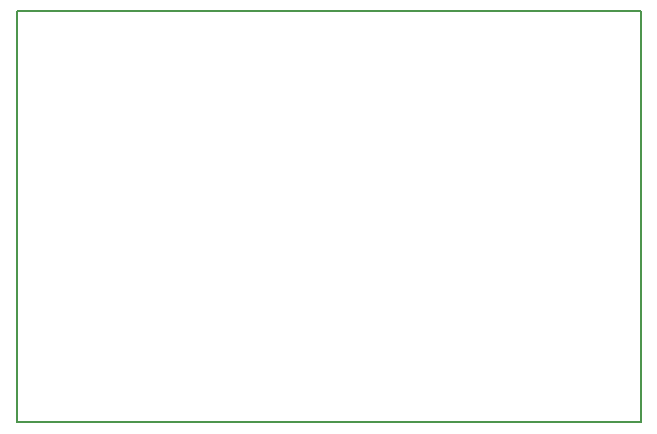
<source format=gbo>
G04 MADE WITH FRITZING*
G04 WWW.FRITZING.ORG*
G04 DOUBLE SIDED*
G04 HOLES PLATED*
G04 CONTOUR ON CENTER OF CONTOUR VECTOR*
%ASAXBY*%
%FSLAX23Y23*%
%MOIN*%
%OFA0B0*%
%SFA1.0B1.0*%
%ADD10R,2.086610X1.377950X2.070610X1.361950*%
%ADD11C,0.008000*%
%LNSILK0*%
G90*
G70*
G54D11*
X4Y1374D02*
X2083Y1374D01*
X2083Y4D01*
X4Y4D01*
X4Y1374D01*
D02*
G04 End of Silk0*
M02*
</source>
